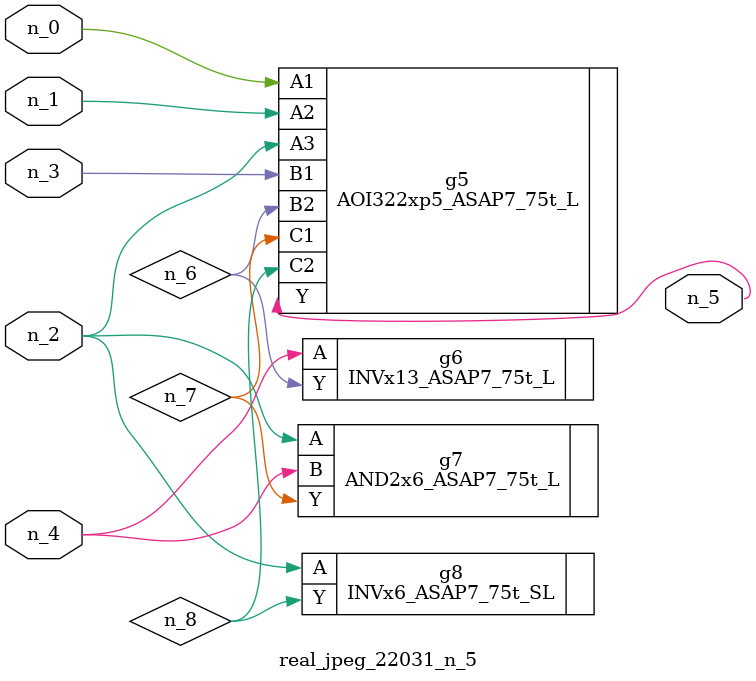
<source format=v>
module real_jpeg_22031_n_5 (n_4, n_0, n_1, n_2, n_3, n_5);

input n_4;
input n_0;
input n_1;
input n_2;
input n_3;

output n_5;

wire n_8;
wire n_6;
wire n_7;

AOI322xp5_ASAP7_75t_L g5 ( 
.A1(n_0),
.A2(n_1),
.A3(n_2),
.B1(n_3),
.B2(n_6),
.C1(n_7),
.C2(n_8),
.Y(n_5)
);

AND2x6_ASAP7_75t_L g7 ( 
.A(n_2),
.B(n_4),
.Y(n_7)
);

INVx6_ASAP7_75t_SL g8 ( 
.A(n_2),
.Y(n_8)
);

INVx13_ASAP7_75t_L g6 ( 
.A(n_4),
.Y(n_6)
);


endmodule
</source>
